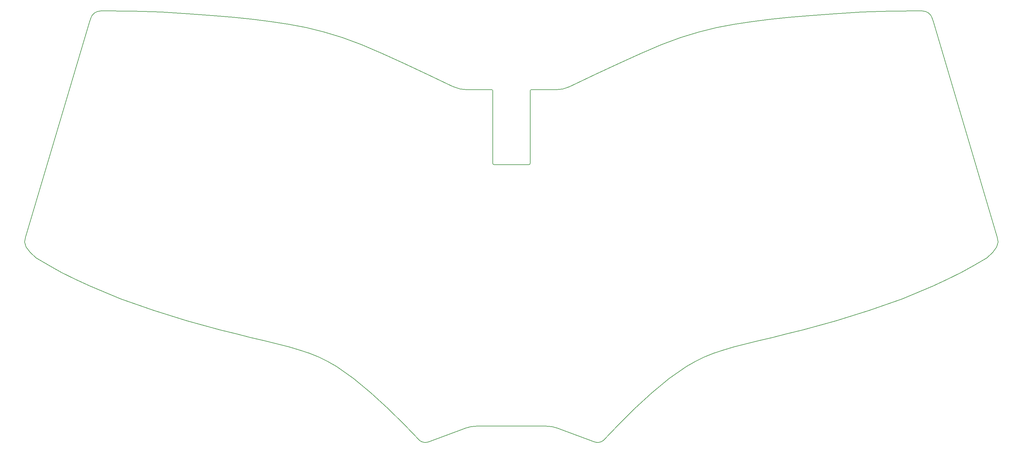
<source format=gbr>
%TF.GenerationSoftware,KiCad,Pcbnew,7.0.1*%
%TF.CreationDate,2023-03-26T20:17:16+02:00*%
%TF.ProjectId,SofleUnsplit,536f666c-6555-46e7-9370-6c69742e6b69,rev?*%
%TF.SameCoordinates,Original*%
%TF.FileFunction,Profile,NP*%
%FSLAX46Y46*%
G04 Gerber Fmt 4.6, Leading zero omitted, Abs format (unit mm)*
G04 Created by KiCad (PCBNEW 7.0.1) date 2023-03-26 20:17:16*
%MOMM*%
%LPD*%
G01*
G04 APERTURE LIST*
%TA.AperFunction,Profile*%
%ADD10C,0.200000*%
%TD*%
G04 APERTURE END LIST*
D10*
X271963572Y-47677038D02*
X266673373Y-49305817D01*
X212289578Y-64548404D02*
G75*
G03*
X212089609Y-64348422I-199978J4D01*
G01*
X153429791Y-138718957D02*
X156526232Y-139613149D01*
X108078612Y-41693197D02*
X116510603Y-41969497D01*
X212289704Y-65648124D02*
X212291437Y-85634502D01*
X172124131Y-147835721D02*
X177117930Y-151991630D01*
X248689237Y-161151469D02*
X244208192Y-165783938D01*
X78517093Y-111360031D02*
X80248130Y-112942258D01*
X339686963Y-44734032D02*
X358214479Y-107073506D01*
X223134222Y-65648124D02*
X223134317Y-64548404D01*
X241686963Y-166134032D02*
X231177296Y-162214443D01*
X277062470Y-46419180D02*
X271963572Y-47677038D01*
X138007379Y-134927953D02*
X142306497Y-135975377D01*
X301959192Y-133777368D02*
X297416547Y-134927953D01*
X248836022Y-56711448D02*
X241967077Y-59951083D01*
X222732455Y-86034468D02*
X217711963Y-86034032D01*
X253402956Y-156518570D02*
X248689237Y-161151469D01*
X158361456Y-46419180D02*
X163460354Y-47677038D01*
X268287367Y-144345441D02*
X263299795Y-147835721D01*
X207741026Y-161584046D02*
G75*
G03*
X204246630Y-162214444I-26J-10000054D01*
G01*
X124186494Y-42395848D02*
X131113700Y-42913663D01*
X95778113Y-121123011D02*
X104677311Y-124794865D01*
X142306497Y-135975377D02*
X146322059Y-136937645D01*
X231177297Y-162214439D02*
G75*
G03*
X227682900Y-161584032I-3494397J-9369661D01*
G01*
X297416547Y-134927953D02*
X293117429Y-135975377D01*
X347801002Y-117169440D02*
X343819037Y-119180849D01*
X351587868Y-115089629D02*
X347801002Y-117169440D01*
X327345314Y-41693197D02*
X318913323Y-41969497D01*
X339399365Y-43766586D02*
G75*
G03*
X336538897Y-41621269I-2875665J-854614D01*
G01*
X212291432Y-85634502D02*
G75*
G03*
X212691471Y-86034468I399968J2D01*
G01*
X193456849Y-59951083D02*
X200908089Y-63505723D01*
X131113700Y-42913663D02*
X137356650Y-43472439D01*
X358045734Y-109847931D02*
X356906833Y-111360031D01*
X180230702Y-53829211D02*
X186587904Y-56711448D01*
X191215762Y-165783900D02*
G75*
G03*
X193736963Y-166134031I1584938J2160400D01*
G01*
X200908080Y-63505741D02*
G75*
G03*
X204967272Y-64384226I3881920J8119741D01*
G01*
X204967272Y-64384226D02*
X206785189Y-64348422D01*
X321269171Y-128158002D02*
X311516596Y-131167299D01*
X255193224Y-53829211D02*
X248836022Y-56711448D01*
X77378192Y-109847931D02*
X78517093Y-111360031D01*
X150035386Y-137842424D02*
X153429791Y-138718957D01*
X318913323Y-41969497D02*
X311237432Y-42395848D01*
X241686971Y-166134010D02*
G75*
G03*
X244208192Y-165783938I936329J2510510D01*
G01*
X177117930Y-151991630D02*
X182020970Y-156518570D01*
X230456654Y-64384217D02*
G75*
G03*
X234515837Y-63505723I177246J8998217D01*
G01*
X153362829Y-45457039D02*
X158361456Y-46419180D01*
X116510603Y-41969497D02*
X124186494Y-42395848D01*
X230456654Y-64384226D02*
X228638737Y-64348422D01*
X336538897Y-41621269D02*
X327345314Y-41693197D01*
X278897694Y-139613149D02*
X276040567Y-140575215D01*
X186734689Y-161151469D02*
X191215734Y-165783938D01*
X273362495Y-141654359D02*
X270799213Y-142900542D01*
X311516596Y-131167299D02*
X301959192Y-133777368D01*
X137356650Y-43472439D02*
X143037563Y-44063293D01*
X77209447Y-107073506D02*
X76950000Y-108420000D01*
X174312582Y-51348106D02*
X180230702Y-53829211D01*
X282061097Y-45457039D02*
X277062470Y-46419180D01*
X167136559Y-144345441D02*
X172124131Y-147835721D01*
X104677311Y-124794865D02*
X114154755Y-128158002D01*
X114154755Y-128158002D02*
X123907330Y-131167299D01*
X143037563Y-44063293D02*
X148310801Y-44699925D01*
X227682900Y-161584032D02*
X217711963Y-161584032D01*
X356906833Y-111360031D02*
X355175796Y-112942258D01*
X162061431Y-141654359D02*
X164624713Y-142900542D01*
X98885029Y-41621228D02*
G75*
G03*
X96024498Y-43766567I15171J-2999972D01*
G01*
X76950000Y-108420000D02*
X77378192Y-109847931D01*
X287113125Y-44699925D02*
X282061097Y-45457039D01*
X80248130Y-112942258D02*
X83836058Y-115089629D01*
X164624713Y-142900542D02*
X167136559Y-144345441D01*
X87622924Y-117169440D02*
X91604889Y-119180849D01*
X182020970Y-156518570D02*
X186734689Y-161151469D01*
X207741026Y-161584032D02*
X217711963Y-161584032D01*
X168750553Y-49305817D02*
X174312582Y-51348106D01*
X186587904Y-56711448D02*
X193456849Y-59951083D01*
X212691471Y-86034468D02*
X217711963Y-86034032D01*
X83836058Y-115089629D02*
X87622924Y-117169440D01*
X222732455Y-86034489D02*
G75*
G03*
X223132489Y-85634502I45J399989D01*
G01*
X159383359Y-140575215D02*
X162061431Y-141654359D01*
X263299795Y-147835721D02*
X258305996Y-151991630D01*
X148310801Y-44699925D02*
X153362829Y-45457039D01*
X285388540Y-137842424D02*
X281994135Y-138718957D01*
X241967077Y-59951083D02*
X234515837Y-63505723D01*
X163460354Y-47677038D02*
X168750553Y-49305817D01*
X343819037Y-119180849D02*
X339645813Y-121123011D01*
X133464734Y-133777368D02*
X138007379Y-134927953D01*
X193736963Y-166134032D02*
X204246630Y-162214443D01*
X358214479Y-107073506D02*
X358473926Y-108420000D01*
X266673373Y-49305817D02*
X261111344Y-51348106D01*
X223334317Y-64348422D02*
X228638737Y-64348422D01*
X339686963Y-44734032D02*
X339399429Y-43766567D01*
X355175796Y-112942258D02*
X351587868Y-115089629D01*
X298067276Y-43472439D02*
X292386363Y-44063293D01*
X258305996Y-151991630D02*
X253402956Y-156518570D01*
X212089609Y-64348422D02*
X206785189Y-64348422D01*
X123907330Y-131167299D02*
X133464734Y-133777368D01*
X91604889Y-119180849D02*
X95778113Y-121123011D01*
X339645813Y-121123011D02*
X330746615Y-124794865D01*
X293117429Y-135975377D02*
X289101867Y-136937645D01*
X95736963Y-44734032D02*
X96024497Y-43766567D01*
X311237432Y-42395848D02*
X304310226Y-42913663D01*
X223334317Y-64348417D02*
G75*
G03*
X223134317Y-64548404I-17J-199983D01*
G01*
X146322059Y-136937645D02*
X150035386Y-137842424D01*
X289101867Y-136937645D02*
X285388540Y-137842424D01*
X261111344Y-51348106D02*
X255193224Y-53829211D01*
X95736963Y-44734032D02*
X77209447Y-107073506D01*
X304310226Y-42913663D02*
X298067276Y-43472439D01*
X98885029Y-41621269D02*
X108078612Y-41693197D01*
X270799213Y-142900542D02*
X268287367Y-144345441D01*
X156526232Y-139613149D02*
X159383359Y-140575215D01*
X223134222Y-65648124D02*
X223132489Y-85634502D01*
X330746615Y-124794865D02*
X321269171Y-128158002D01*
X281994135Y-138718957D02*
X278897694Y-139613149D01*
X358473926Y-108420000D02*
X358045734Y-109847931D01*
X292386363Y-44063293D02*
X287113125Y-44699925D01*
X212289704Y-65648124D02*
X212289609Y-64548404D01*
X276040567Y-140575215D02*
X273362495Y-141654359D01*
M02*

</source>
